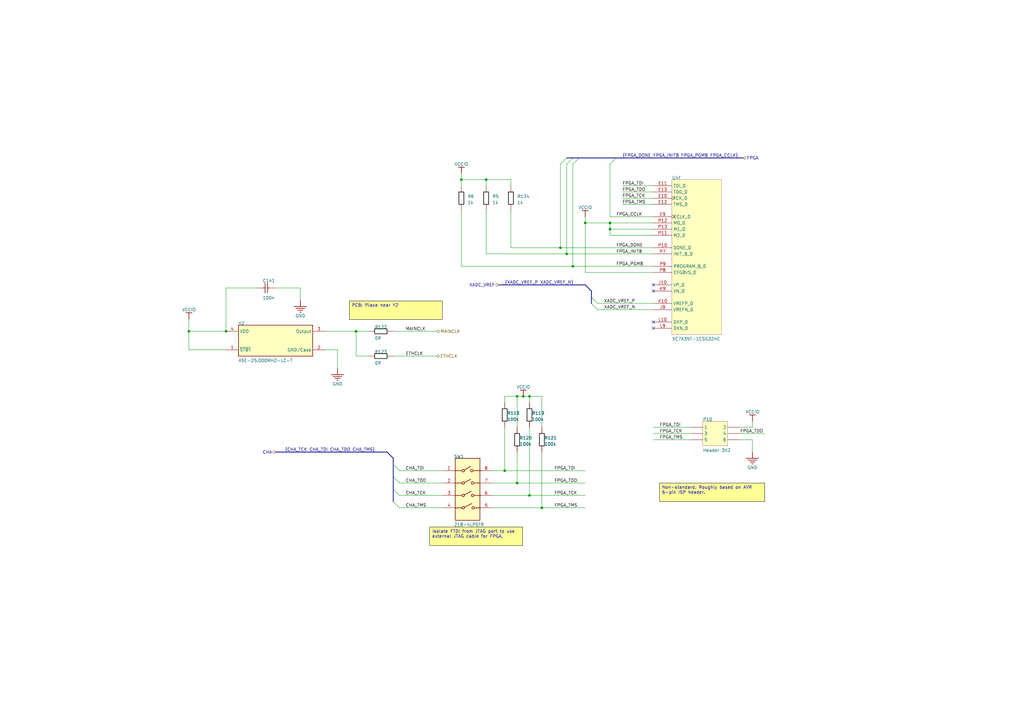
<source format=kicad_sch>
(kicad_sch (version 20231120) (generator "eeschema") (generator_version "8.0")
  (paper "A3")
  (title_block (title "NAE-SONATA-ONE") (date "2024-08-16") (rev "10") (company "NewAE Technology") (comment 2 "Apache-2"))
  (lib_symbols
    (symbol "SONATA-ONE-symbols:GND_POWER_GROUND" (power)
      (property "Reference" "#PWR" (at 0 0 0))
      (property "Value" "GND" (at 0 6.35 0))
      (symbol "GND_POWER_GROUND_0_0"
        (pin power_in line (at 0 0 0) (length 0) hide (name "GND") (number ""))
      )
    )
    (symbol "SONATA-ONE-symbols:VCCIO_BAR" (power)
      (property "Reference" "#PWR" (at 0 0 0))
      (property "Value" "VCCIO" (at 0 3.81 0))
      (symbol "VCCIO_BAR_0_0"
        (pin power_in line (at 0 0 0) (length 0) hide (name "VCCIO") (number ""))
      )
    )
    (symbol "SONATA-ONE-symbols:root_0_61a724e6190563596ac712fef61ad37"
      (symbol "root_0_61a724e6190563596ac712fef61ad37_1_0"
        (pin input line (at 0 -7.62 0) (length 5.08) (name "~{STBY}") (number "1"))
        (pin power_in line (at 40.64 -7.62 180) (length 5.08) (name "GND/Case") (number "2"))
        (pin output line (at 40.64 0 180) (length 5.08) (name "Output") (number "3"))
        (pin power_in line (at 0 0 0) (length 5.08) (name "VDD") (number "4"))
      )
    )
    (symbol "SONATA-ONE-symbols:root_0_Header 3X2"
      (symbol "root_0_Header 3X2_1_0"
        (pin passive line (at -5.08 -2.54 0) (length 5.08) (name "1") (number "1"))
        (pin passive line (at 15.24 -2.54 180) (length 5.08) (name "2") (number "2"))
        (pin passive line (at -5.08 -5.08 0) (length 5.08) (name "3") (number "3"))
        (pin passive line (at 15.24 -5.08 180) (length 5.08) (name "4") (number "4"))
        (pin passive line (at -5.08 -7.62 0) (length 5.08) (name "5") (number "5"))
        (pin passive line (at 15.24 -7.62 180) (length 5.08) (name "6") (number "6"))
      )
    )
    (symbol "SONATA-ONE-symbols:root_0_RES-EU"
      (symbol "root_0_RES-EU_1_0"
        (pin passive line (at 0 5.08 270) (length 2.54) (name "1") (number "1"))
        (pin passive line (at 0 -5.08 90) (length 2.54) (name "2") (number "2"))
      )
    )
    (symbol "SONATA-ONE-symbols:root_0_XLNX-XC7A35T-CSG324"
      (property "Reference" "U" (at 0 0 0))
      (symbol "root_0_XLNX-XC7A35T-CSG324_1_0"
        (text "BANK 14" (at 5.08 -15.24 900) (effects (font (size 1.778 1.778) (bold yes)) (justify left bottom)))
        (pin bidirectional line (at 48.26 -58.42 180) (length 7.62) (name "IO_L1P_T0_D00_MOSI_14") (number "K17"))
        (pin bidirectional line (at 48.26 -63.5 180) (length 7.62) (name "IO_L1N_T0_D01_DIN_14") (number "K18"))
        (pin bidirectional line (at 48.26 -60.96 180) (length 7.62) (name "IO_L6P_T0_FCS_B_14") (number "L13"))
        (pin bidirectional line (at 48.26 -73.66 180) (length 7.62) (name "IO_L2P_T0_D02_14") (number "L14"))
        (pin bidirectional line (at 48.26 -109.22 180) (length 7.62) (name "IO_L3P_T0_DQS_PUDC_B_14") (number "L15"))
        (pin bidirectional clock (at 48.26 -76.2 180) (length 7.62) (name "IO_L3N_T0_DQS_EMCCLK_14") (number "L16"))
        (pin bidirectional line (at 48.26 -55.88 180) (length 7.62) (name "IO_L4P_T0_D04_14") (number "L18"))
        (pin bidirectional line (at 48.26 -48.26 180) (length 7.62) (name "IO_L6N_T0_D08_VREF_14") (number "M13"))
        (pin bidirectional line (at 48.26 -71.12 180) (length 7.62) (name "IO_L2N_T0_D03_14") (number "M14"))
        (pin bidirectional line (at 48.26 -50.8 180) (length 7.62) (name "IO_L10P_T1_D14_14") (number "M16"))
        (pin bidirectional line (at 48.26 -53.34 180) (length 7.62) (name "IO_L10N_T1_D15_14") (number "M17"))
        (pin bidirectional line (at 48.26 -22.86 180) (length 7.62) (name "IO_L4N_T0_D05_14") (number "M18"))
        (pin bidirectional line (at 48.26 -104.14 180) (length 7.62) (name "IO_L8P_T1_D11_14") (number "N14"))
        (pin bidirectional clock (at 48.26 -68.58 180) (length 7.62) (name "IO_L11P_T1_SRCC_14") (number "N15"))
        (pin bidirectional clock (at 48.26 -106.68 180) (length 7.62) (name "IO_L11N_T1_SRCC_14") (number "N16"))
        (pin bidirectional line (at 48.26 -45.72 180) (length 7.62) (name "IO_L9P_T1_DQS_14") (number "N17"))
        (pin bidirectional line (at 48.26 -43.18 180) (length 7.62) (name "IO_L8N_T1_D12_14") (number "P14"))
        (pin bidirectional clock (at 48.26 -66.04 180) (length 7.62) (name "IO_L13P_T2_MRCC_14") (number "P15"))
        (pin bidirectional clock (at 48.26 -83.82 180) (length 7.62) (name "IO_L12P_T1_MRCC_14") (number "P17"))
        (pin bidirectional line (at 48.26 -101.6 180) (length 7.62) (name "IO_L9N_T1_DQS_D13_14") (number "P18"))
        (pin bidirectional line (at 48.26 -15.24 180) (length 7.62) (name "IO_25_14") (number "R10"))
        (pin bidirectional line (at 48.26 -2.54 180) (length 7.62) (name "IO_0_14") (number "R11"))
        (pin bidirectional line (at 48.26 -10.16 180) (length 7.62) (name "IO_L5P_T0_D06_14") (number "R12"))
        (pin bidirectional line (at 48.26 -93.98 180) (length 7.62) (name "IO_L5N_T0_D07_14") (number "R13"))
        (pin bidirectional clock (at 48.26 -99.06 180) (length 7.62) (name "IO_L13N_T2_MRCC_14") (number "R15"))
        (pin bidirectional line (at 48.26 -35.56 180) (length 7.62) (name "IO_L15P_T2_DQS_RDWR_B_14") (number "R16"))
        (pin bidirectional clock (at 48.26 -38.1 180) (length 7.62) (name "IO_L12N_T1_MRCC_14") (number "R17"))
        (pin bidirectional line (at 48.26 -40.64 180) (length 7.62) (name "IO_L7P_T1_D09_14") (number "R18"))
        (pin bidirectional line (at 48.26 -124.46 180) (length 7.62) (name "IO_L24N_T3_A00_D16_14") (number "T10"))
        (pin bidirectional line (at 48.26 -5.08 180) (length 7.62) (name "IO_L19P_T3_A10_D26_14") (number "T11"))
        (pin bidirectional line (at 48.26 -88.9 180) (length 7.62) (name "IO_L23P_T3_A03_D19_14") (number "T13"))
        (pin bidirectional clock (at 48.26 -114.3 180) (length 7.62) (name "IO_L14P_T2_SRCC_14") (number "T14"))
        (pin bidirectional clock (at 48.26 -116.84 180) (length 7.62) (name "IO_L14N_T2_SRCC_14") (number "T15"))
        (pin bidirectional line (at 48.26 -27.94 180) (length 7.62) (name "IO_L15N_T2_DQS_DOUT_CSO_B_14") (number "T16"))
        (pin bidirectional line (at 48.26 -33.02 180) (length 7.62) (name "IO_L7N_T1_D10_14") (number "T18"))
        (pin bidirectional line (at 48.26 -121.92 180) (length 7.62) (name "IO_L24P_T3_A01_D17_14") (number "T9"))
        (pin bidirectional line (at 48.26 -20.32 180) (length 7.62) (name "IO_L19N_T3_A09_D25_VREF_14") (number "U11"))
        (pin bidirectional line (at 48.26 -7.62 180) (length 7.62) (name "IO_L20P_T3_A08_D24_14") (number "U12"))
        (pin bidirectional line (at 48.26 -12.7 180) (length 7.62) (name "IO_L23N_T3_A02_D18_14") (number "U13"))
        (pin bidirectional line (at 48.26 -91.44 180) (length 7.62) (name "IO_L22P_T3_A05_D21_14") (number "U14"))
        (pin bidirectional line (at 48.26 -30.48 180) (length 7.62) (name "IO_L18P_T2_A12_D28_14") (number "U16"))
        (pin bidirectional line (at 48.26 -86.36 180) (length 7.62) (name "IO_L17P_T2_A14_D30_14") (number "U17"))
        (pin bidirectional line (at 48.26 -25.4 180) (length 7.62) (name "IO_L17N_T2_A13_D29_14") (number "U18"))
        (pin bidirectional line (at 48.26 -119.38 180) (length 7.62) (name "IO_L21P_T3_DQS_14") (number "V10"))
        (pin bidirectional line (at 48.26 -127 180) (length 7.62) (name "IO_L21N_T3_DQS_A06_D22_14") (number "V11"))
        (pin bidirectional line (at 48.26 -17.78 180) (length 7.62) (name "IO_L20N_T3_A07_D23_14") (number "V12"))
        (pin bidirectional line (at 48.26 -96.52 180) (length 7.62) (name "IO_L22N_T3_A04_D20_14") (number "V14"))
        (pin bidirectional line (at 48.26 -111.76 180) (length 7.62) (name "IO_L16P_T2_CSI_B_14") (number "V15"))
        (pin bidirectional line (at 48.26 -78.74 180) (length 7.62) (name "IO_L16N_T2_A15_D31_14") (number "V16"))
        (pin bidirectional line (at 48.26 -81.28 180) (length 7.62) (name "IO_L18N_T2_A11_D27_14") (number "V17"))
      )
      (symbol "root_0_XLNX-XC7A35T-CSG324_2_0"
        (text "BANK 15" (at 5.08 -15.24 900) (effects (font (size 1.778 1.778) (bold yes)) (justify left bottom)))
        (pin bidirectional line (at 43.18 -22.86 180) (length 7.62) (name "IO_L4N_T0_15") (number "A11"))
        (pin bidirectional line (at 43.18 -45.72 180) (length 7.62) (name "IO_L9P_T1_DQS_AD3P_15") (number "A13"))
        (pin bidirectional line (at 43.18 -48.26 180) (length 7.62) (name "IO_L9N_T1_DQS_AD3N_15") (number "A14"))
        (pin bidirectional line (at 43.18 -40.64 180) (length 7.62) (name "IO_L8P_T1_AD10P_15") (number "A15"))
        (pin bidirectional line (at 43.18 -43.18 180) (length 7.62) (name "IO_L8N_T1_AD10N_15") (number "A16"))
        (pin bidirectional line (at 43.18 -55.88 180) (length 7.62) (name "IO_L10N_T1_AD11N_15") (number "A18"))
        (pin bidirectional line (at 43.18 -20.32 180) (length 7.62) (name "IO_L4P_T0_15") (number "B11"))
        (pin bidirectional line (at 43.18 -17.78 180) (length 7.62) (name "IO_L3N_T0_DQS_AD1N_15") (number "B12"))
        (pin bidirectional line (at 43.18 -10.16 180) (length 7.62) (name "IO_L2P_T0_AD8P_15") (number "B13"))
        (pin bidirectional line (at 43.18 -12.7 180) (length 7.62) (name "IO_L2N_T0_AD8N_15") (number "B14"))
        (pin bidirectional line (at 43.18 -35.56 180) (length 7.62) (name "IO_L7P_T1_AD2P_15") (number "B16"))
        (pin bidirectional line (at 43.18 -38.1 180) (length 7.62) (name "IO_L7N_T1_AD2N_15") (number "B17"))
        (pin bidirectional line (at 43.18 -50.8 180) (length 7.62) (name "IO_L10P_T1_AD11P_15") (number "B18"))
        (pin bidirectional line (at 43.18 -15.24 180) (length 7.62) (name "IO_L3P_T0_DQS_AD1P_15") (number "C12"))
        (pin bidirectional line (at 43.18 -7.62 180) (length 7.62) (name "IO_L1N_T0_AD0N_15") (number "C14"))
        (pin bidirectional clock (at 43.18 -63.5 180) (length 7.62) (name "IO_L12N_T1_MRCC_15") (number "C15"))
        (pin bidirectional line (at 43.18 -101.6 180) (length 7.62) (name "IO_L20P_T3_A20_15") (number "C16"))
        (pin bidirectional line (at 43.18 -104.14 180) (length 7.62) (name "IO_L20N_T3_A19_15") (number "C17"))
        (pin bidirectional line (at 43.18 -30.48 180) (length 7.62) (name "IO_L6P_T0_15") (number "D12"))
        (pin bidirectional line (at 43.18 -33.02 180) (length 7.62) (name "IO_L6N_T0_VREF_15") (number "D13"))
        (pin bidirectional line (at 43.18 -5.08 180) (length 7.62) (name "IO_L1P_T0_AD0P_15") (number "D14"))
        (pin bidirectional clock (at 43.18 -60.96 180) (length 7.62) (name "IO_L12P_T1_MRCC_15") (number "D15"))
        (pin bidirectional line (at 43.18 -86.36 180) (length 7.62) (name "IO_L16N_T2_A27_15") (number "D17"))
        (pin bidirectional line (at 43.18 -109.22 180) (length 7.62) (name "IO_L21N_T3_DQS_A18_15") (number "D18"))
        (pin bidirectional clock (at 43.18 -58.42 180) (length 7.62) (name "IO_L11P_T1_SRCC_15") (number "E15"))
        (pin bidirectional clock (at 43.18 -53.34 180) (length 7.62) (name "IO_L11N_T1_SRCC_15") (number "E16"))
        (pin bidirectional line (at 43.18 -83.82 180) (length 7.62) (name "IO_L16P_T2_A28_15") (number "E17"))
        (pin bidirectional line (at 43.18 -106.68 180) (length 7.62) (name "IO_L21P_T3_DQS_15") (number "E18"))
        (pin bidirectional line (at 43.18 -25.4 180) (length 7.62) (name "IO_L5P_T0_AD9P_15") (number "F13"))
        (pin bidirectional line (at 43.18 -27.94 180) (length 7.62) (name "IO_L5N_T0_AD9N_15") (number "F14"))
        (pin bidirectional clock (at 43.18 -76.2 180) (length 7.62) (name "IO_L14P_T2_SRCC_15") (number "F15"))
        (pin bidirectional clock (at 43.18 -73.66 180) (length 7.62) (name "IO_L14N_T2_SRCC_15") (number "F16"))
        (pin bidirectional line (at 43.18 -116.84 180) (length 7.62) (name "IO_L22N_T3_A16_15") (number "F18"))
        (pin bidirectional line (at 43.18 -2.54 180) (length 7.62) (name "IO_0_15") (number "G13"))
        (pin bidirectional line (at 43.18 -78.74 180) (length 7.62) (name "IO_L15N_T2_DQS_ADV_B_15") (number "G14"))
        (pin bidirectional clock (at 43.18 -68.58 180) (length 7.62) (name "IO_L13N_T2_MRCC_15") (number "G16"))
        (pin bidirectional line (at 43.18 -93.98 180) (length 7.62) (name "IO_L18N_T2_A23_15") (number "G17"))
        (pin bidirectional line (at 43.18 -111.76 180) (length 7.62) (name "IO_L22P_T3_A17_15") (number "G18"))
        (pin bidirectional line (at 43.18 -71.12 180) (length 7.62) (name "IO_L15P_T2_DQS_15") (number "H14"))
        (pin bidirectional line (at 43.18 -99.06 180) (length 7.62) (name "IO_L19N_T3_A21_VREF_15") (number "H15"))
        (pin bidirectional clock (at 43.18 -66.04 180) (length 7.62) (name "IO_L13P_T2_MRCC_15") (number "H16"))
        (pin bidirectional line (at 43.18 -91.44 180) (length 7.62) (name "IO_L18P_T2_A24_15") (number "H17"))
        (pin bidirectional line (at 43.18 -81.28 180) (length 7.62) (name "IO_L17N_T2_A25_15") (number "J13"))
        (pin bidirectional line (at 43.18 -96.52 180) (length 7.62) (name "IO_L19P_T3_A22_15") (number "J14"))
        (pin bidirectional line (at 43.18 -124.46 180) (length 7.62) (name "IO_L24N_T3_RS0_15") (number "J15"))
        (pin bidirectional line (at 43.18 -119.38 180) (length 7.62) (name "IO_L23P_T3_FOE_B_15") (number "J17"))
        (pin bidirectional line (at 43.18 -114.3 180) (length 7.62) (name "IO_L23N_T3_FWE_B_15") (number "J18"))
        (pin bidirectional line (at 43.18 -88.9 180) (length 7.62) (name "IO_L17P_T2_A26_15") (number "K13"))
        (pin bidirectional line (at 43.18 -121.92 180) (length 7.62) (name "IO_L24P_T3_RS1_15") (number "K15"))
        (pin bidirectional line (at 43.18 -127 180) (length 7.62) (name "IO_25_15") (number "K16"))
      )
      (symbol "root_0_XLNX-XC7A35T-CSG324_3_0"
        (text "BANK 16" (at 5.08 -15.24 900) (effects (font (size 1.778 1.778) (bold yes)) (justify left bottom)))
        (pin bidirectional clock (at 43.18 -20.32 180) (length 7.62) (name "IO_L14P_T2_SRCC_16") (number "A10"))
        (pin bidirectional clock (at 43.18 -12.7 180) (length 7.62) (name "IO_L12N_T1_MRCC_16") (number "A8"))
        (pin bidirectional clock (at 43.18 -22.86 180) (length 7.62) (name "IO_L14N_T2_SRCC_16") (number "A9"))
        (pin bidirectional clock (at 43.18 -10.16 180) (length 7.62) (name "IO_L12P_T1_MRCC_16") (number "B8"))
        (pin bidirectional clock (at 43.18 -7.62 180) (length 7.62) (name "IO_L11N_T1_SRCC_16") (number "B9"))
        (pin bidirectional clock (at 43.18 -17.78 180) (length 7.62) (name "IO_L13N_T2_MRCC_16") (number "C10"))
        (pin bidirectional clock (at 43.18 -15.24 180) (length 7.62) (name "IO_L13P_T2_MRCC_16") (number "C11"))
        (pin bidirectional clock (at 43.18 -5.08 180) (length 7.62) (name "IO_L11P_T1_SRCC_16") (number "C9"))
        (pin bidirectional line (at 43.18 -25.4 180) (length 7.62) (name "IO_L19N_T3_VREF_16") (number "D10"))
        (pin bidirectional line (at 43.18 -2.54 180) (length 7.62) (name "IO_L6N_T0_VREF_16") (number "D9"))
      )
      (symbol "root_0_XLNX-XC7A35T-CSG324_4_0"
        (text "BANK 34" (at 5.08 -15.24 900) (effects (font (size 1.778 1.778) (bold yes)) (justify left bottom)))
        (pin bidirectional line (at 38.1 -10.16 180) (length 7.62) (name "IO_L2P_T0_34") (number "K3"))
        (pin bidirectional line (at 38.1 -25.4 180) (length 7.62) (name "IO_L5P_T0_34") (number "K5"))
        (pin bidirectional line (at 38.1 -2.54 180) (length 7.62) (name "IO_0_34") (number "K6"))
        (pin bidirectional line (at 38.1 -5.08 180) (length 7.62) (name "IO_L1P_T0_34") (number "L1"))
        (pin bidirectional line (at 38.1 -12.7 180) (length 7.62) (name "IO_L2N_T0_34") (number "L3"))
        (pin bidirectional line (at 38.1 -27.94 180) (length 7.62) (name "IO_L5N_T0_34") (number "L4"))
        (pin bidirectional line (at 38.1 -33.02 180) (length 7.62) (name "IO_L6N_T0_VREF_34") (number "L5"))
        (pin bidirectional line (at 38.1 -30.48 180) (length 7.62) (name "IO_L6P_T0_34") (number "L6"))
        (pin bidirectional line (at 38.1 -7.62 180) (length 7.62) (name "IO_L1N_T0_34") (number "M1"))
        (pin bidirectional line (at 38.1 -22.86 180) (length 7.62) (name "IO_L4N_T0_34") (number "M2"))
        (pin bidirectional line (at 38.1 -20.32 180) (length 7.62) (name "IO_L4P_T0_34") (number "M3"))
        (pin bidirectional line (at 38.1 -81.28 180) (length 7.62) (name "IO_L16P_T2_34") (number "M4"))
        (pin bidirectional line (at 38.1 -86.36 180) (length 7.62) (name "IO_L18P_T2_34") (number "M6"))
        (pin bidirectional line (at 38.1 -17.78 180) (length 7.62) (name "IO_L3N_T0_DQS_34") (number "N1"))
        (pin bidirectional line (at 38.1 -15.24 180) (length 7.62) (name "IO_L3P_T0_DQS_34") (number "N2"))
        (pin bidirectional line (at 38.1 -83.82 180) (length 7.62) (name "IO_L16N_T2_34") (number "N4"))
        (pin bidirectional clock (at 38.1 -66.04 180) (length 7.62) (name "IO_L13P_T2_MRCC_34") (number "N5"))
        (pin bidirectional line (at 38.1 -76.2 180) (length 7.62) (name "IO_L18N_T2_34") (number "N6"))
        (pin bidirectional line (at 38.1 -88.9 180) (length 7.62) (name "IO_L15P_T2_DQS_34") (number "P2"))
        (pin bidirectional clock (at 38.1 -73.66 180) (length 7.62) (name "IO_L14N_T2_SRCC_34") (number "P3"))
        (pin bidirectional clock (at 38.1 -71.12 180) (length 7.62) (name "IO_L14P_T2_SRCC_34") (number "P4"))
        (pin bidirectional line (at 38.1 -127 180) (length 7.62) (name "IO_L13N_T2_MRCC_34") (number "P5"))
        (pin bidirectional line (at 38.1 -91.44 180) (length 7.62) (name "IO_L17P_T2_34") (number "R1"))
        (pin bidirectional line (at 38.1 -78.74 180) (length 7.62) (name "IO_L15N_T2_DQS_34") (number "R2"))
        (pin bidirectional line (at 38.1 -121.92 180) (length 7.62) (name "IO_L11P_T1_SRCC_34") (number "R3"))
        (pin bidirectional line (at 38.1 -124.46 180) (length 7.62) (name "IO_L19N_T3_VREF_34") (number "R5"))
        (pin bidirectional line (at 38.1 -116.84 180) (length 7.62) (name "IO_L19P_T3_34") (number "R6"))
        (pin bidirectional line (at 38.1 -40.64 180) (length 7.62) (name "IO_L23P_T3_34") (number "R7"))
        (pin bidirectional line (at 38.1 -48.26 180) (length 7.62) (name "IO_L24P_T3_34") (number "R8"))
        (pin bidirectional line (at 38.1 -93.98 180) (length 7.62) (name "IO_L17N_T2_34") (number "T1"))
        (pin bidirectional line (at 38.1 -99.06 180) (length 7.62) (name "IO_L11N_T1_SRCC_34") (number "T3"))
        (pin bidirectional clock (at 38.1 -63.5 180) (length 7.62) (name "IO_L12N_T1_MRCC_34") (number "T4"))
        (pin bidirectional clock (at 38.1 -60.96 180) (length 7.62) (name "IO_L12P_T1_MRCC_34") (number "T5"))
        (pin bidirectional line (at 38.1 -111.76 180) (length 7.62) (name "IO_L23N_T3_34") (number "T6"))
        (pin bidirectional line (at 38.1 -45.72 180) (length 7.62) (name "IO_L24N_T3_34") (number "T8"))
        (pin bidirectional line (at 38.1 -96.52 180) (length 7.62) (name "IO_L7P_T1_34") (number "U1"))
        (pin bidirectional line (at 38.1 -104.14 180) (length 7.62) (name "IO_L9P_T1_DQS_34") (number "U2"))
        (pin bidirectional clock (at 38.1 -68.58 180) (length 7.62) (name "IO_L8N_T1_34") (number "U3"))
        (pin bidirectional line (at 38.1 -119.38 180) (length 7.62) (name "IO_L8P_T1_34") (number "U4"))
        (pin bidirectional line (at 38.1 -35.56 180) (length 7.62) (name "IO_L22N_T3_34") (number "U6"))
        (pin bidirectional line (at 38.1 -50.8 180) (length 7.62) (name "IO_L22P_T3_34") (number "U7"))
        (pin bidirectional line (at 38.1 -109.22 180) (length 7.62) (name "IO_25_34") (number "U8"))
        (pin bidirectional clock (at 38.1 -58.42 180) (length 7.62) (name "IO_L21P_T3_DQS_34") (number "U9"))
        (pin bidirectional line (at 38.1 -101.6 180) (length 7.62) (name "IO_L7N_T1_34") (number "V1"))
        (pin bidirectional line (at 38.1 -106.68 180) (length 7.62) (name "IO_L9N_T1_DQS_34") (number "V2"))
        (pin bidirectional line (at 38.1 -38.1 180) (length 7.62) (name "IO_L10N_T1_34") (number "V4"))
        (pin bidirectional line (at 38.1 -43.18 180) (length 7.62) (name "IO_L10P_T1_34") (number "V5"))
        (pin bidirectional line (at 38.1 -114.3 180) (length 7.62) (name "IO_L20N_T3_34") (number "V6"))
        (pin bidirectional clock (at 38.1 -55.88 180) (length 7.62) (name "IO_L20P_T3_34") (number "V7"))
        (pin bidirectional line (at 38.1 -53.34 180) (length 7.62) (name "IO_L21N_T3_DQS_34") (number "V9"))
      )
      (symbol "root_0_XLNX-XC7A35T-CSG324_5_0"
        (text "BANK 35" (at 5.08 -15.24 900) (effects (font (size 1.778 1.778) (bold yes)) (justify left bottom)))
        (pin bidirectional line (at 43.18 -48.26 180) (length 7.62) (name "IO_L9N_T1_DQS_AD7N_35") (number "A1"))
        (pin bidirectional line (at 43.18 -43.18 180) (length 7.62) (name "IO_L8N_T1_AD14N_35") (number "A3"))
        (pin bidirectional line (at 43.18 -40.64 180) (length 7.62) (name "IO_L8P_T1_AD14P_35") (number "A4"))
        (pin bidirectional line (at 43.18 -17.78 180) (length 7.62) (name "IO_L3N_T0_DQS_AD5N_35") (number "A5"))
        (pin bidirectional line (at 43.18 -15.24 180) (length 7.62) (name "IO_L3P_T0_DQS_AD5P_35") (number "A6"))
        (pin bidirectional line (at 43.18 -45.72 180) (length 7.62) (name "IO_L9P_T1_DQS_AD7P_35") (number "B1"))
        (pin bidirectional line (at 43.18 -53.34 180) (length 7.62) (name "IO_L10N_T1_AD15N_35") (number "B2"))
        (pin bidirectional line (at 43.18 -50.8 180) (length 7.62) (name "IO_L10P_T1_AD15P_35") (number "B3"))
        (pin bidirectional line (at 43.18 -38.1 180) (length 7.62) (name "IO_L7N_T1_AD6N_35") (number "B4"))
        (pin bidirectional line (at 43.18 -12.7 180) (length 7.62) (name "IO_L2N_T0_AD12N_35") (number "B6"))
        (pin bidirectional line (at 43.18 -10.16 180) (length 7.62) (name "IO_L2P_T0_AD12P_35") (number "B7"))
        (pin bidirectional line (at 43.18 -83.82 180) (length 7.62) (name "IO_L16N_T2_35") (number "C1"))
        (pin bidirectional line (at 43.18 -81.28 180) (length 7.62) (name "IO_L16P_T2_35") (number "C2"))
        (pin bidirectional line (at 43.18 -35.56 180) (length 7.62) (name "IO_L7P_T1_AD6P_35") (number "C4"))
        (pin bidirectional line (at 43.18 -7.62 180) (length 7.62) (name "IO_L1N_T0_AD4N_35") (number "C5"))
        (pin bidirectional line (at 43.18 -5.08 180) (length 7.62) (name "IO_L1P_T0_AD4P_35") (number "C6"))
        (pin bidirectional line (at 43.18 -22.86 180) (length 7.62) (name "IO_L4N_T0_35") (number "C7"))
        (pin bidirectional clock (at 43.18 -73.66 180) (length 7.62) (name "IO_L14N_T2_SRCC_35") (number "D2"))
        (pin bidirectional clock (at 43.18 -63.5 180) (length 7.62) (name "IO_L12N_T1_MRCC_35") (number "D3"))
        (pin bidirectional line (at 43.18 -121.92 180) (length 7.62) (name "IO_L11N_T1_SRCC_35") (number "D4"))
        (pin bidirectional clock (at 43.18 -58.42 180) (length 7.62) (name "IO_L11P_T1_SRCC_35") (number "D5"))
        (pin bidirectional line (at 43.18 -33.02 180) (length 7.62) (name "IO_L6N_T0_VREF_35") (number "D7"))
        (pin bidirectional line (at 43.18 -20.32 180) (length 7.62) (name "IO_L4P_T0_35") (number "D8"))
        (pin bidirectional line (at 43.18 -93.98 180) (length 7.62) (name "IO_L18N_T2_35") (number "E1"))
        (pin bidirectional clock (at 43.18 -71.12 180) (length 7.62) (name "IO_L14P_T2_SRCC_35") (number "E2"))
        (pin bidirectional clock (at 43.18 -60.96 180) (length 7.62) (name "IO_L12P_T1_MRCC_35") (number "E3"))
        (pin bidirectional line (at 43.18 -27.94 180) (length 7.62) (name "IO_L5N_T0_AD13N_35") (number "E5"))
        (pin bidirectional line (at 43.18 -25.4 180) (length 7.62) (name "IO_L5P_T0_AD13P_35") (number "E6"))
        (pin bidirectional line (at 43.18 -30.48 180) (length 7.62) (name "IO_L6P_T0_35") (number "E7"))
        (pin bidirectional line (at 43.18 -91.44 180) (length 7.62) (name "IO_L18P_T2_35") (number "F1"))
        (pin bidirectional clock (at 43.18 -68.58 180) (length 7.62) (name "IO_L13N_T2_MRCC_35") (number "F3"))
        (pin bidirectional clock (at 43.18 -66.04 180) (length 7.62) (name "IO_L13P_T2_MRCC_35") (number "F4"))
        (pin bidirectional line (at 43.18 -2.54 180) (length 7.62) (name "IO_0_35") (number "F5"))
        (pin bidirectional line (at 43.18 -99.06 180) (length 7.62) (name "IO_L19N_T3_VREF_35") (number "F6"))
        (pin bidirectional line (at 43.18 -88.9 180) (length 7.62) (name "IO_L17N_T2_35") (number "G1"))
        (pin bidirectional line (at 43.18 -78.74 180) (length 7.62) (name "IO_L15N_T2_DQS_35") (number "G2"))
        (pin bidirectional line (at 43.18 -104.14 180) (length 7.62) (name "IO_L20N_T3_35") (number "G3"))
        (pin bidirectional line (at 43.18 -101.6 180) (length 7.62) (name "IO_L20P_T3_35") (number "G4"))
        (pin bidirectional line (at 43.18 -96.52 180) (length 7.62) (name "IO_L19P_T3_35") (number "G6"))
        (pin bidirectional line (at 43.18 -86.36 180) (length 7.62) (name "IO_L17P_T2_35") (number "H1"))
        (pin bidirectional line (at 43.18 -76.2 180) (length 7.62) (name "IO_L15P_T2_DQS_35") (number "H2"))
        (pin bidirectional line (at 43.18 -109.22 180) (length 7.62) (name "IO_L21N_T3_DQS_35") (number "H4"))
        (pin bidirectional line (at 43.18 -127 180) (length 7.62) (name "IO_L24N_T3_35") (number "H5"))
        (pin bidirectional line (at 43.18 -124.46 180) (length 7.62) (name "IO_L24P_T3_35") (number "H6"))
        (pin bidirectional line (at 43.18 -114.3 180) (length 7.62) (name "IO_L22N_T3_35") (number "J2"))
        (pin bidirectional line (at 43.18 -111.76 180) (length 7.62) (name "IO_L22P_T3_35") (number "J3"))
        (pin bidirectional line (at 43.18 -106.68 180) (length 7.62) (name "IO_L21P_T3_DQS_35") (number "J4"))
        (pin bidirectional clock (at 43.18 -55.88 180) (length 7.62) (name "IO_25_35") (number "J5"))
        (pin bidirectional line (at 43.18 -119.38 180) (length 7.62) (name "IO_L23N_T3_35") (number "K1"))
        (pin bidirectional line (at 43.18 -116.84 180) (length 7.62) (name "IO_L23P_T3_35") (number "K2"))
      )
      (symbol "root_0_XLNX-XC7A35T-CSG324_6_0"
        (pin input clock (at -7.62 -7.62 0) (length 7.62) (name "TCK_0") (number "E10"))
        (pin input line (at -7.62 -2.54 0) (length 7.62) (name "TDI_0") (number "E11"))
        (pin input line (at -7.62 -10.16 0) (length 7.62) (name "TMS_0") (number "E12"))
        (pin output line (at -7.62 -5.08 0) (length 7.62) (name "TDO_0") (number "E13"))
        (pin bidirectional clock (at -7.62 -15.24 0) (length 7.62) (name "CCLK_0") (number "E9"))
        (pin input line (at -7.62 -43.18 0) (length 7.62) (name "VP_0") (number "J10"))
        (pin input line (at -7.62 -53.34 0) (length 7.62) (name "VREFN_0") (number "J9"))
        (pin input line (at -7.62 -50.8 0) (length 7.62) (name "VREFP_0") (number "K10"))
        (pin input line (at -7.62 -45.72 0) (length 7.62) (name "VN_0") (number "K9"))
        (pin input line (at -7.62 -58.42 0) (length 7.62) (name "DXP_0") (number "L10"))
        (pin input line (at -7.62 -60.96 0) (length 7.62) (name "DXN_0") (number "L9"))
        (pin bidirectional line (at -7.62 -27.94 0) (length 7.62) (name "DONE_0") (number "P10"))
        (pin input line (at -7.62 -22.86 0) (length 7.62) (name "M2_0") (number "P11"))
        (pin input line (at -7.62 -17.78 0) (length 7.62) (name "M0_0") (number "P12"))
        (pin input line (at -7.62 -20.32 0) (length 7.62) (name "M1_0") (number "P13"))
        (pin bidirectional line (at -7.62 -30.48 0) (length 7.62) (name "INIT_B_0") (number "P7"))
        (pin input line (at -7.62 -38.1 0) (length 7.62) (name "CFGBVS_0") (number "P8"))
        (pin input line (at -7.62 -35.56 0) (length 7.62) (name "PROGRAM_B_0") (number "P9"))
      )
      (symbol "root_0_XLNX-XC7A35T-CSG324_7_0"
        (pin power_in line (at -7.62 -25.4 0) (length 7.62) (name "VCCO_15") (number "A17"))
        (pin power_in line (at 33.02 -25.4 180) (length 7.62) (name "VCCO_35") (number "A7"))
        (pin power_in line (at 33.02 -2.54 180) (length 7.62) (name "VCCO_16") (number "B10"))
        (pin power_in line (at -7.62 -27.94 0) (length 7.62) (name "VCCO_15") (number "C13"))
        (pin power_in line (at 33.02 -27.94 180) (length 7.62) (name "VCCO_35") (number "C3"))
        (pin power_in line (at -7.62 -30.48 0) (length 7.62) (name "VCCO_15") (number "D16"))
        (pin power_in line (at 33.02 -30.48 180) (length 7.62) (name "VCCO_35") (number "D6"))
        (pin power_in line (at 33.02 -33.02 180) (length 7.62) (name "VCCO_35") (number "F2"))
        (pin power_in line (at -7.62 -33.02 0) (length 7.62) (name "VCCO_15") (number "G15"))
        (pin power_in line (at 33.02 -35.56 180) (length 7.62) (name "VCCO_35") (number "G5"))
        (pin power_in line (at -7.62 -35.56 0) (length 7.62) (name "VCCO_15") (number "H18"))
        (pin power_in line (at 33.02 -38.1 180) (length 7.62) (name "VCCO_35") (number "J1"))
        (pin power_in line (at -7.62 -38.1 0) (length 7.62) (name "VCCO_15") (number "K14"))
        (pin power_in line (at 33.02 -7.62 180) (length 7.62) (name "VCCO_34") (number "K4"))
        (pin power_in line (at -7.62 -7.62 0) (length 7.62) (name "VCCO_14") (number "L17"))
        (pin power_in line (at -7.62 -10.16 0) (length 7.62) (name "VCCO_14") (number "N13"))
        (pin power_in line (at 33.02 -10.16 180) (length 7.62) (name "VCCO_34") (number "N3"))
        (pin power_in line (at -7.62 -12.7 0) (length 7.62) (name "VCCO_14") (number "P16"))
        (pin power_in line (at 33.02 -12.7 180) (length 7.62) (name "VCCO_34") (number "P6"))
        (pin power_in line (at -7.62 -2.54 0) (length 7.62) (name "VCCO_0") (number "R9"))
        (pin power_in line (at -7.62 -15.24 0) (length 7.62) (name "VCCO_14") (number "T12"))
        (pin power_in line (at 33.02 -15.24 180) (length 7.62) (name "VCCO_34") (number "T2"))
        (pin power_in line (at -7.62 -17.78 0) (length 7.62) (name "VCCO_14") (number "U15"))
        (pin power_in line (at 33.02 -17.78 180) (length 7.62) (name "VCCO_34") (number "U5"))
        (pin power_in line (at -7.62 -20.32 0) (length 7.62) (name "VCCO_14") (number "V18"))
        (pin power_in line (at 33.02 -20.32 180) (length 7.62) (name "VCCO_34") (number "V8"))
      )
      (symbol "root_0_XLNX-XC7A35T-CSG324_8_0"
        (pin power_in line (at 38.1 -2.54 180) (length 7.62) (name "VCCBATT_0") (number "E8"))
        (pin power_in line (at 38.1 -25.4 180) (length 7.62) (name "VCCBRAM") (number "F10"))
        (pin power_in line (at 38.1 -12.7 180) (length 7.62) (name "VCCAUX") (number "F12"))
        (pin power_in line (at -7.62 -2.54 0) (length 7.62) (name "VCCINT") (number "F8"))
        (pin power_in line (at 38.1 -27.94 180) (length 7.62) (name "VCCBRAM") (number "G11"))
        (pin power_in line (at -7.62 -5.08 0) (length 7.62) (name "VCCINT") (number "G7"))
        (pin power_in line (at -7.62 -7.62 0) (length 7.62) (name "VCCINT") (number "G9"))
        (pin power_in line (at 38.1 -7.62 180) (length 7.62) (name "VCCADC_0") (number "H10"))
        (pin power_in line (at 38.1 -15.24 180) (length 7.62) (name "VCCAUX") (number "H12"))
        (pin power_in line (at -7.62 -10.16 0) (length 7.62) (name "VCCINT") (number "H8"))
        (pin power_in line (at -7.62 -15.24 0) (length 7.62) (name "VCCINT") (number "J11"))
        (pin power_in line (at -7.62 -12.7 0) (length 7.62) (name "VCCINT") (number "J7"))
        (pin power_in line (at 38.1 -17.78 180) (length 7.62) (name "VCCAUX") (number "K12"))
        (pin power_in line (at -7.62 -17.78 0) (length 7.62) (name "VCCINT") (number "K8"))
        (pin power_in line (at -7.62 -22.86 0) (length 7.62) (name "VCCINT") (number "L11"))
        (pin power_in line (at -7.62 -20.32 0) (length 7.62) (name "VCCINT") (number "L7"))
        (pin power_in line (at -7.62 -27.94 0) (length 7.62) (name "VCCINT") (number "M10"))
        (pin power_in line (at 38.1 -20.32 180) (length 7.62) (name "VCCAUX") (number "M12"))
        (pin power_in line (at -7.62 -25.4 0) (length 7.62) (name "VCCINT") (number "M8"))
        (pin power_in line (at -7.62 -35.56 0) (length 7.62) (name "VCCINT") (number "N11"))
        (pin power_in line (at -7.62 -30.48 0) (length 7.62) (name "VCCINT") (number "N7"))
        (pin power_in line (at -7.62 -33.02 0) (length 7.62) (name "VCCINT") (number "N9"))
      )
      (symbol "root_0_XLNX-XC7A35T-CSG324_9_0"
        (pin power_in line (at -7.62 -5.08 0) (length 7.62) (name "GND") (number "A12"))
        (pin power_in line (at -7.62 -2.54 0) (length 7.62) (name "GND") (number "A2"))
        (pin power_in line (at -7.62 -10.16 0) (length 7.62) (name "GND") (number "B15"))
        (pin power_in line (at -7.62 -7.62 0) (length 7.62) (name "GND") (number "B5"))
        (pin power_in line (at -7.62 -15.24 0) (length 7.62) (name "GND") (number "C18"))
        (pin power_in line (at -7.62 -12.7 0) (length 7.62) (name "GND") (number "C8"))
        (pin power_in line (at -7.62 -17.78 0) (length 7.62) (name "GND") (number "D1"))
        (pin power_in line (at -7.62 -20.32 0) (length 7.62) (name "GND") (number "D11"))
        (pin power_in line (at -7.62 -25.4 0) (length 7.62) (name "GND") (number "E14"))
        (pin power_in line (at -7.62 -22.86 0) (length 7.62) (name "GND") (number "E4"))
        (pin power_in line (at -7.62 -33.02 0) (length 7.62) (name "GND") (number "F11"))
        (pin power_in line (at -7.62 -35.56 0) (length 7.62) (name "GND") (number "F17"))
        (pin power_in line (at -7.62 -27.94 0) (length 7.62) (name "GND") (number "F7"))
        (pin power_in line (at -7.62 -30.48 0) (length 7.62) (name "GND") (number "F9"))
        (pin power_in line (at -7.62 -40.64 0) (length 7.62) (name "GND") (number "G10"))
        (pin power_in line (at -7.62 -43.18 0) (length 7.62) (name "GND") (number "G12"))
        (pin power_in line (at -7.62 -38.1 0) (length 7.62) (name "GND") (number "G8"))
        (pin power_in line (at -7.62 -50.8 0) (length 7.62) (name "GND") (number "H11"))
        (pin power_in line (at -7.62 -53.34 0) (length 7.62) (name "GND") (number "H13"))
        (pin power_in line (at -7.62 -45.72 0) (length 7.62) (name "GND") (number "H3"))
        (pin power_in line (at -7.62 -48.26 0) (length 7.62) (name "GND") (number "H7"))
        (pin power_in line (at 27.94 -63.5 180) (length 7.62) (name "GNDADC_0") (number "H9"))
        (pin power_in line (at -7.62 -60.96 0) (length 7.62) (name "GND") (number "J12"))
        (pin power_in line (at 27.94 -2.54 180) (length 7.62) (name "GND") (number "J16"))
        (pin power_in line (at -7.62 -55.88 0) (length 7.62) (name "GND") (number "J6"))
        (pin power_in line (at -7.62 -58.42 0) (length 7.62) (name "GND") (number "J8"))
        (pin power_in line (at 27.94 -7.62 180) (length 7.62) (name "GND") (number "K11"))
        (pin power_in line (at 27.94 -5.08 180) (length 7.62) (name "GND") (number "K7"))
        (pin power_in line (at 27.94 -15.24 180) (length 7.62) (name "GND") (number "L12"))
        (pin power_in line (at 27.94 -10.16 180) (length 7.62) (name "GND") (number "L2"))
        (pin power_in line (at 27.94 -12.7 180) (length 7.62) (name "GND") (number "L8"))
        (pin power_in line (at 27.94 -25.4 180) (length 7.62) (name "GND") (number "M11"))
        (pin power_in line (at 27.94 -27.94 180) (length 7.62) (name "GND") (number "M15"))
        (pin power_in line (at 27.94 -17.78 180) (length 7.62) (name "GND") (number "M5"))
        (pin power_in line (at 27.94 -20.32 180) (length 7.62) (name "GND") (number "M7"))
        (pin power_in line (at 27.94 -22.86 180) (length 7.62) (name "GND") (number "M9"))
        (pin power_in line (at 27.94 -33.02 180) (length 7.62) (name "GND") (number "N10"))
        (pin power_in line (at 27.94 -35.56 180) (length 7.62) (name "GND") (number "N12"))
        (pin power_in line (at 27.94 -38.1 180) (length 7.62) (name "GND") (number "N18"))
        (pin power_in line (at 27.94 -30.48 180) (length 7.62) (name "GND") (number "N8"))
        (pin power_in line (at 27.94 -40.64 180) (length 7.62) (name "GND") (number "P1"))
        (pin power_in line (at 27.94 -45.72 180) (length 7.62) (name "GND") (number "R14"))
        (pin power_in line (at 27.94 -43.18 180) (length 7.62) (name "GND") (number "R4"))
        (pin power_in line (at 27.94 -50.8 180) (length 7.62) (name "GND") (number "T17"))
        (pin power_in line (at 27.94 -48.26 180) (length 7.62) (name "GND") (number "T7"))
        (pin power_in line (at 27.94 -53.34 180) (length 7.62) (name "GND") (number "U10"))
        (pin power_in line (at 27.94 -58.42 180) (length 7.62) (name "GND") (number "V13"))
        (pin power_in line (at 27.94 -55.88 180) (length 7.62) (name "GND") (number "V3"))
      )
    )
    (symbol "SONATA-ONE-symbols:root_0_a78650ae27aee94b64e9c93150c7d5d"
      (symbol "root_0_a78650ae27aee94b64e9c93150c7d5d_1_0"
        (pin passive line (at 0 0 0) (length 5.08) (name "1") (number "1"))
        (pin passive line (at 0 -5.08 0) (length 5.08) (name "2") (number "2"))
        (pin passive line (at 0 -10.16 0) (length 5.08) (name "3") (number "3"))
        (pin passive line (at 0 -15.24 0) (length 5.08) (name "4") (number "4"))
        (pin passive line (at 20.32 -15.24 180) (length 5.08) (name "5") (number "5"))
        (pin passive line (at 20.32 -10.16 180) (length 5.08) (name "6") (number "6"))
        (pin passive line (at 20.32 -5.08 180) (length 5.08) (name "7") (number "7"))
        (pin passive line (at 20.32 0 180) (length 5.08) (name "8") (number "8"))
      )
    )
    (symbol "SONATA-ONE-symbols:root_1_CAP"
      (symbol "root_1_CAP_1_0"
        (pin passive line (at -5.08 0 0) (length 2.54) (name "1") (number "1"))
        (pin passive line (at 2.54 0 180) (length 2.54) (name "2") (number "2"))
      )
    )
    (symbol "SONATA-ONE-symbols:root_1_RES-EU"
      (symbol "root_1_RES-EU_1_0"
        (pin passive line (at -5.08 0 0) (length 2.54) (name "1") (number "1"))
        (pin passive line (at 5.08 0 180) (length 2.54) (name "2") (number "2"))
      )
    )
  )
  (junction (at 214.63 162.56))
  (junction (at 250.19 91.44))
  (junction (at 92.71 135.89))
  (junction (at 234.95 109.22))
  (junction (at 240.03 91.44))
  (junction (at 217.17 162.56))
  (junction (at 146.05 135.89))
  (junction (at 222.25 208.28))
  (junction (at 250.19 93.98))
  (junction (at 189.23 73.66))
  (junction (at 77.47 135.89))
  (junction (at 207.01 193.04))
  (junction (at 229.87 101.6))
  (junction (at 199.39 73.66))
  (junction (at 232.41 104.14))
  (junction (at 212.09 162.56))
  (junction (at 217.17 203.2))
  (junction (at 212.09 198.12))
  (no_connect (at 267.97 134.62))
  (no_connect (at 267.97 116.84))
  (no_connect (at 267.97 119.38))
  (no_connect (at 267.97 132.08))
  (bus_entry (at 161.29 190.5) (size 2.54 2.54))
  (bus_entry (at 161.29 195.58) (size 2.54 2.54))
  (bus_entry (at 242.57 121.92) (size 2.54 2.54))
  (bus_entry (at 232.41 67.31) (size 2.54 -2.54))
  (bus_entry (at 161.29 205.74) (size 2.54 2.54))
  (bus_entry (at 229.87 67.31) (size 2.54 -2.54))
  (bus_entry (at 242.57 124.46) (size 2.54 2.54))
  (bus_entry (at 161.29 200.66) (size 2.54 2.54))
  (bus_entry (at 250.19 67.31) (size 2.54 -2.54))
  (bus_entry (at 234.95 67.31) (size 2.54 -2.54))
  (wire (pts (xy 250.19 96.52) (xy 250.19 93.98)))
  (wire (pts (xy 207.01 175.26) (xy 207.01 193.04)))
  (wire (pts (xy 189.23 73.66) (xy 199.39 73.66)))
  (wire (pts (xy 232.41 104.14) (xy 199.39 104.14)))
  (wire (pts (xy 77.47 135.89) (xy 92.71 135.89)))
  (wire (pts (xy 250.19 93.98) (xy 250.19 91.44)))
  (wire (pts (xy 212.09 198.12) (xy 240.03 198.12)))
  (wire (pts (xy 250.19 67.31) (xy 250.19 88.9)))
  (wire (pts (xy 92.71 143.51) (xy 77.47 143.51)))
  (wire (pts (xy 189.23 73.66) (xy 189.23 76.2)))
  (wire (pts (xy 240.03 91.44) (xy 240.03 111.76)))
  (bus (pts (xy 234.95 64.77) (xy 237.49 64.77)))
  (wire (pts (xy 267.97 127) (xy 245.11 127)))
  (wire (pts (xy 161.29 135.89) (xy 179.07 135.89)))
  (wire (pts (xy 133.35 135.89) (xy 146.05 135.89)))
  (wire (pts (xy 267.97 104.14) (xy 232.41 104.14)))
  (wire (pts (xy 234.95 109.22) (xy 267.97 109.22)))
  (wire (pts (xy 199.39 104.14) (xy 199.39 86.36)))
  (wire (pts (xy 240.03 88.9) (xy 240.03 91.44)))
  (wire (pts (xy 267.97 96.52) (xy 250.19 96.52)))
  (wire (pts (xy 234.95 67.31) (xy 234.95 109.22)))
  (wire (pts (xy 217.17 165.1) (xy 217.17 162.56)))
  (wire (pts (xy 255.27 83.82) (xy 267.97 83.82)))
  (wire (pts (xy 189.23 109.22) (xy 234.95 109.22)))
  (wire (pts (xy 229.87 67.31) (xy 229.87 101.6)))
  (bus (pts (xy 242.57 121.92) (xy 242.57 124.46)))
  (wire (pts (xy 255.27 76.2) (xy 267.97 76.2)))
  (bus (pts (xy 161.29 190.5) (xy 161.29 195.58)))
  (wire (pts (xy 217.17 203.2) (xy 240.03 203.2)))
  (wire (pts (xy 181.61 193.04) (xy 163.83 193.04)))
  (wire (pts (xy 209.55 76.2) (xy 209.55 73.66)))
  (wire (pts (xy 212.09 185.42) (xy 212.09 198.12)))
  (wire (pts (xy 267.97 88.9) (xy 250.19 88.9)))
  (wire (pts (xy 189.23 71.12) (xy 189.23 73.66)))
  (wire (pts (xy 201.93 203.2) (xy 217.17 203.2)))
  (wire (pts (xy 283.21 177.8) (xy 267.97 177.8)))
  (wire (pts (xy 209.55 73.66) (xy 199.39 73.66)))
  (wire (pts (xy 151.13 146.05) (xy 146.05 146.05)))
  (wire (pts (xy 161.29 146.05) (xy 179.07 146.05)))
  (wire (pts (xy 232.41 67.31) (xy 232.41 104.14)))
  (wire (pts (xy 255.27 81.28) (xy 267.97 81.28)))
  (wire (pts (xy 181.61 208.28) (xy 163.83 208.28)))
  (bus (pts (xy 242.57 119.38) (xy 240.03 116.84)))
  (wire (pts (xy 267.97 101.6) (xy 229.87 101.6)))
  (wire (pts (xy 303.53 177.8) (xy 313.69 177.8)))
  (wire (pts (xy 199.39 73.66) (xy 199.39 76.2)))
  (bus (pts (xy 242.57 119.38) (xy 242.57 121.92)))
  (wire (pts (xy 77.47 143.51) (xy 77.47 135.89)))
  (wire (pts (xy 92.71 118.11) (xy 92.71 135.89)))
  (wire (pts (xy 209.55 101.6) (xy 209.55 86.36)))
  (bus (pts (xy 237.49 64.77) (xy 252.73 64.77)))
  (bus (pts (xy 161.29 195.58) (xy 161.29 200.66)))
  (bus (pts (xy 161.29 187.96) (xy 161.29 190.5)))
  (wire (pts (xy 201.93 198.12) (xy 212.09 198.12)))
  (wire (pts (xy 255.27 78.74) (xy 267.97 78.74)))
  (wire (pts (xy 250.19 91.44) (xy 240.03 91.44)))
  (wire (pts (xy 240.03 111.76) (xy 267.97 111.76)))
  (wire (pts (xy 77.47 135.89) (xy 77.47 130.81)))
  (wire (pts (xy 303.53 180.34) (xy 308.61 180.34)))
  (wire (pts (xy 146.05 135.89) (xy 151.13 135.89)))
  (wire (pts (xy 222.25 208.28) (xy 240.03 208.28)))
  (wire (pts (xy 138.43 143.51) (xy 138.43 151.13)))
  (wire (pts (xy 217.17 162.56) (xy 222.25 162.56)))
  (wire (pts (xy 229.87 101.6) (xy 209.55 101.6)))
  (wire (pts (xy 207.01 162.56) (xy 212.09 162.56)))
  (bus (pts (xy 252.73 64.77) (xy 304.8 64.77)))
  (bus (pts (xy 232.41 64.77) (xy 234.95 64.77)))
  (wire (pts (xy 207.01 193.04) (xy 240.03 193.04)))
  (wire (pts (xy 123.19 118.11) (xy 123.19 123.19)))
  (wire (pts (xy 212.09 162.56) (xy 214.63 162.56)))
  (wire (pts (xy 308.61 175.26) (xy 308.61 172.72)))
  (wire (pts (xy 222.25 185.42) (xy 222.25 208.28)))
  (wire (pts (xy 201.93 193.04) (xy 207.01 193.04)))
  (wire (pts (xy 283.21 175.26) (xy 267.97 175.26)))
  (wire (pts (xy 105.41 118.11) (xy 92.71 118.11)))
  (bus (pts (xy 161.29 187.96) (xy 158.75 185.42)))
  (wire (pts (xy 113.03 118.11) (xy 123.19 118.11)))
  (wire (pts (xy 201.93 208.28) (xy 222.25 208.28)))
  (wire (pts (xy 250.19 91.44) (xy 267.97 91.44)))
  (wire (pts (xy 308.61 180.34) (xy 308.61 185.42)))
  (wire (pts (xy 181.61 198.12) (xy 163.83 198.12)))
  (bus (pts (xy 113.03 185.42) (xy 158.75 185.42)))
  (bus (pts (xy 204.47 116.84) (xy 240.03 116.84)))
  (wire (pts (xy 222.25 162.56) (xy 222.25 175.26)))
  (wire (pts (xy 217.17 175.26) (xy 217.17 203.2)))
  (bus (pts (xy 161.29 200.66) (xy 161.29 205.74)))
  (wire (pts (xy 283.21 180.34) (xy 267.97 180.34)))
  (wire (pts (xy 214.63 162.56) (xy 217.17 162.56)))
  (wire (pts (xy 212.09 175.26) (xy 212.09 162.56)))
  (wire (pts (xy 189.23 86.36) (xy 189.23 109.22)))
  (wire (pts (xy 133.35 143.51) (xy 138.43 143.51)))
  (wire (pts (xy 303.53 175.26) (xy 308.61 175.26)))
  (wire (pts (xy 245.11 124.46) (xy 267.97 124.46)))
  (wire (pts (xy 267.97 93.98) (xy 250.19 93.98)))
  (wire (pts (xy 146.05 146.05) (xy 146.05 135.89)))
  (wire (pts (xy 181.61 203.2) (xy 163.83 203.2)))
  (wire (pts (xy 207.01 165.1) (xy 207.01 162.56)))
  (text_box "Non-standard. Roughly based on AVR 6-pin ISP header." (at 270.51 198.12 0) (size 43.18 7.62) (stroke (width 0) (color 0 0 0 1)) (fill (type color) (color 255 255 150 1)) (effects (font (size 1.27 1.27)) (justify left top)))
  (text_box "PCB: Place near Y2" (at 181.356 123.444 0) (size -38.1 7.62) (stroke (width 0) (color 0 0 0 1)) (fill (type color) (color 255 255 150 1)) (effects (font (size 1.27 1.27)) (justify left top)))
  (text_box "Isolate FTDI from JTAG port to use external JTAG cable for FPGA." (at 214.376 216.154 0) (size -38.1 7.62) (stroke (width 0) (color 0 0 0 1)) (fill (type color) (color 255 255 150 1)) (effects (font (size 1.27 1.27)) (justify left top)))
  (label "{FPGA_DONE FPGA_INITB FPGA_PGMB FPGA_CCLK}" (at 255.27 64.77 0))
  (label "XADC_VREF_P" (at 247.65 124.46 0))
  (label "FPGA_TCK" (at 255.27 81.28 0))
  (label "FPGA_TCK" (at 227.33 203.2 0))
  (label "ETHCLK" (at 166.37 146.05 0))
  (label "XADC_VREF_N" (at 247.65 127 0))
  (label "MAINCLK" (at 166.37 135.89 0))
  (label "FPGA_DONE" (at 252.73 101.6 0))
  (label "FPGA_INITB" (at 252.73 104.14 0))
  (label "FPGA_TMS" (at 227.33 208.28 0))
  (label "FPGA_TDO" (at 255.27 78.74 0))
  (label "FPGA_TMS" (at 270.51 180.34 0))
  (label "{CHA_TCK CHA_TDI CHA_TDO CHA_TMS}" (at 116.84 185.42 0))
  (label "{XADC_VREF_P XADC_VREF_N}" (at 207.01 116.84 0))
  (label "FPGA_TDI" (at 270.51 175.26 0))
  (label "FPGA_TDI" (at 227.33 193.04 0))
  (label "FPGA_TMS" (at 255.27 83.82 0))
  (label "FPGA_TDI" (at 255.27 76.2 0))
  (label "CHA_TCK" (at 166.37 203.2 0))
  (label "CHA_TDO" (at 166.37 198.12 0))
  (label "CHA_TDI" (at 166.37 193.04 0))
  (label "FPGA_TDO" (at 303.53 177.8 0))
  (label "FPGA_TCK" (at 270.51 177.8 0))
  (label "FPGA_TDO" (at 227.33 198.12 0))
  (label "FPGA_PGMB" (at 252.73 109.22 0))
  (label "CHA_TMS" (at 166.37 208.28 0))
  (label "FPGA_CCLK" (at 252.73 88.9 0))
  (hierarchical_label "ETHCLK" (shape bidirectional) (at 179.07 146.05 0))
  (hierarchical_label "CHA" (shape bidirectional) (at 113.03 185.42 180))
  (hierarchical_label "FPGA" (shape bidirectional) (at 304.8 64.77 0))
  (hierarchical_label "XADC_VREF" (shape bidirectional) (at 204.47 116.84 180))
  (hierarchical_label "MAINCLK" (shape bidirectional) (at 179.07 135.89 0))
  (symbol (lib_id "SONATA-ONE-symbols:root_1_CAP") (at 110.49 118.11 0) (unit 1)
    (property "Reference" "C141" (at 107.696 115.824 0) (effects (justify left bottom)))
    (property "Value" "100n" (at 107.696 122.936 0) (effects (justify left bottom)))
    (property "Footprint" "SONATA-ONE-LIBRARY:CAPC0402_M" (effects (hide yes)))
    (property "Description" "100n, 0603" (effects (hide yes)))
    (property "MANUFACTURE PART NUMBER 1" "CGA2B3X7R1V104K050BB" (effects (hide yes)))
  )
  (symbol (lib_id "SONATA-ONE-symbols:root_0_RES-EU") (at 207.01 170.18 0) (unit 1)
    (property "Reference" "R118" (at 208.026 170.18 0) (effects (justify left bottom)))
    (property "Value" "100k" (at 208.026 172.72 0) (effects (justify left bottom)))
    (property "Footprint" "SONATA-ONE-LIBRARY:RESC1005X40N" (effects (hide yes)))
    (property "Description" "10k res, 0402, 1%, 1/16W" (effects (hide yes)))
    (property "MANUFACTURE PART NUMBER 1" "RC0402FR-07100KL" (effects (hide yes)))
  )
  (symbol (lib_id "SONATA-ONE-symbols:root_1_RES-EU") (at 156.21 135.89 0) (unit 1)
    (property "Reference" "R122" (at 153.67 134.874 0) (effects (justify left bottom)))
    (property "Value" "0R" (at 153.67 139.446 0) (effects (justify left bottom)))
    (property "Footprint" "SONATA-ONE-LIBRARY:RESC1608X55N" (effects (hide yes)))
    (property "Description" "10k res, 0402, 1%, 1/16W" (effects (hide yes)))
    (property "MANUFACTURE PART NUMBER 1" "RC0603FR-070RL" (effects (hide yes)))
  )
  (symbol (lib_id "SONATA-ONE-symbols:root_1_RES-EU") (at 156.21 146.05 0) (unit 1)
    (property "Reference" "R123" (at 153.67 145.034 0) (effects (justify left bottom)))
    (property "Value" "0R" (at 153.67 149.606 0) (effects (justify left bottom)))
    (property "Footprint" "SONATA-ONE-LIBRARY:RESC1608X55N" (effects (hide yes)))
    (property "Description" "10k res, 0402, 1%, 1/16W" (effects (hide yes)))
    (property "MANUFACTURE PART NUMBER 1" "RC0603FR-070RL" (effects (hide yes)))
  )
  (symbol (lib_id "SONATA-ONE-symbols:VCCIO_BAR") (at 240.03 88.9 180) (unit 1)
    (property "Reference" "#PWR0189" (effects (hide yes)))
    (property "Value" "VCCIO" (at 240.03 85.09 0))
    (property "Description" "Power symbol creates a global label with name 'VCCIO'" (effects (hide yes)))
  )
  (symbol (lib_id "SONATA-ONE-symbols:VCCIO_BAR") (at 308.61 172.72 180) (unit 1)
    (property "Reference" "#PWR0190" (effects (hide yes)))
    (property "Value" "VCCIO" (at 308.61 168.91 0))
    (property "Description" "Power symbol creates a global label with name 'VCCIO'" (effects (hide yes)))
  )
  (symbol (lib_id "SONATA-ONE-symbols:VCCIO_BAR") (at 189.23 71.12 180) (unit 1)
    (property "Reference" "#PWR0106" (effects (hide yes)))
    (property "Value" "VCCIO" (at 189.23 67.31 0))
    (property "Description" "Power symbol creates a global label with name 'VCCIO'" (effects (hide yes)))
  )
  (symbol (lib_id "SONATA-ONE-symbols:root_0_61a724e6190563596ac712fef61ad37") (at 92.71 135.89 0) (unit 1)
    (property "Reference" "Y2" (at 97.79 133.35 0) (effects (justify left bottom)))
    (property "Value" "ASE-25.000MHZ-LC-T" (at 97.79 148.59 0) (effects (justify left bottom)))
    (property "Footprint" "SONATA-ONE-LIBRARY:FP-ASE-MFG" (effects (hide yes)))
    (property "Description" "XTAL Oscillator 25MHz ±50ppm CMOS 3.3V 4-SMD 3.2mm x 2.5mm" (effects (hide yes)))
  )
  (symbol (lib_id "SONATA-ONE-symbols:VCCIO_BAR") (at 77.47 130.81 180) (unit 1)
    (property "Reference" "#PWR0101" (effects (hide yes)))
    (property "Value" "VCCIO" (at 77.47 127 0))
    (property "Description" "Power symbol creates a global label with name 'VCCIO'" (effects (hide yes)))
  )
  (symbol (lib_id "SONATA-ONE-symbols:GND_POWER_GROUND") (at 123.19 123.19 0) (unit 1)
    (property "Reference" "#PWR0102" (effects (hide yes)))
    (property "Value" "GND" (at 123.19 129.54 0))
    (property "Description" "Power symbol creates a global label with name 'GND'" (effects (hide yes)))
  )
  (symbol (lib_id "SONATA-ONE-symbols:VCCIO_BAR") (at 214.63 162.56 180) (unit 1)
    (property "Reference" "#PWR0107" (effects (hide yes)))
    (property "Value" "VCCIO" (at 214.63 158.75 0))
    (property "Description" "Power symbol creates a global label with name 'VCCIO'" (effects (hide yes)))
  )
  (symbol (lib_id "SONATA-ONE-symbols:GND_POWER_GROUND") (at 308.61 185.42 0) (unit 1)
    (property "Reference" "#PWR0191" (effects (hide yes)))
    (property "Value" "GND" (at 308.61 191.77 0))
    (property "Description" "Power symbol creates a global label with name 'GND'" (effects (hide yes)))
  )
  (symbol (lib_id "SONATA-ONE-symbols:root_0_RES-EU") (at 212.09 180.34 0) (unit 1)
    (property "Reference" "R120" (at 213.106 180.34 0) (effects (justify left bottom)))
    (property "Value" "100k" (at 213.106 182.88 0) (effects (justify left bottom)))
    (property "Footprint" "SONATA-ONE-LIBRARY:RESC1005X40N" (effects (hide yes)))
    (property "Description" "10k res, 0402, 1%, 1/16W" (effects (hide yes)))
    (property "MANUFACTURE PART NUMBER 1" "RC0402FR-07100KL" (effects (hide yes)))
  )
  (symbol (lib_id "SONATA-ONE-symbols:root_0_RES-EU") (at 189.23 81.28 0) (unit 1)
    (property "Reference" "R6" (at 191.77 81.28 0) (effects (justify left bottom)))
    (property "Value" "1k" (at 191.77 83.82 0) (effects (justify left bottom)))
    (property "Footprint" "SONATA-ONE-LIBRARY:RESC1608X55N" (effects (hide yes)))
    (property "Description" "10k res, 0402, 1%, 1/16W" (effects (hide yes)))
    (property "MANUFACTURE PART NUMBER 1" "RC0603FR-071KL" (effects (hide yes)))
  )
  (symbol (lib_id "SONATA-ONE-symbols:root_0_Header 3X2") (at 288.29 172.72 0) (unit 1)
    (property "Reference" "P10" (at 288.29 172.72 0) (effects (justify left bottom)))
    (property "Value" "Header 3X2" (at 288.29 185.42 0) (effects (justify left bottom)))
    (property "Footprint" "SONATA-ONE-LIBRARY:HDR2X3" (effects (hide yes)))
    (property "Description" "Header, 3-Pin, Dual row" (effects (hide yes)))
  )
  (symbol (lib_id "SONATA-ONE-symbols:root_0_RES-EU") (at 217.17 170.18 0) (unit 1)
    (property "Reference" "R119" (at 218.186 170.18 0) (effects (justify left bottom)))
    (property "Value" "100k" (at 218.186 172.72 0) (effects (justify left bottom)))
    (property "Footprint" "SONATA-ONE-LIBRARY:RESC1005X40N" (effects (hide yes)))
    (property "Description" "10k res, 0402, 1%, 1/16W" (effects (hide yes)))
    (property "MANUFACTURE PART NUMBER 1" "RC0402FR-07100KL" (effects (hide yes)))
  )
  (symbol (lib_id "SONATA-ONE-symbols:root_0_RES-EU") (at 222.25 180.34 0) (unit 1)
    (property "Reference" "R121" (at 223.266 180.34 0) (effects (justify left bottom)))
    (property "Value" "100k" (at 223.266 182.88 0) (effects (justify left bottom)))
    (property "Footprint" "SONATA-ONE-LIBRARY:RESC1005X40N" (effects (hide yes)))
    (property "Description" "10k res, 0402, 1%, 1/16W" (effects (hide yes)))
    (property "MANUFACTURE PART NUMBER 1" "RC0402FR-07100KL" (effects (hide yes)))
  )
  (symbol (lib_id "SONATA-ONE-symbols:root_0_XLNX-XC7A35T-CSG324") (at 275.59 73.66 0) (unit 6)
    (property "Reference" "U4" (at 275.59 73.66 0) (effects (justify left bottom)))
    (property "Value" "XC7A35T-1CSG324C" (at 275.59 139.7 0) (effects (justify left bottom)))
    (property "Footprint" "SONATA-ONE-LIBRARY:CSG324" (effects (hide yes)))
    (property "Description" "Artix-7 FPGA, 210 User I/Os, 0 GTP, 324-Ball BGA, Speed Grade 1, Commercial Grade, Pb-Free" (effects (hide yes)))
  )
  (symbol (lib_id "SONATA-ONE-symbols:GND_POWER_GROUND") (at 138.43 151.13 0) (unit 1)
    (property "Reference" "#PWR0103" (effects (hide yes)))
    (property "Value" "GND" (at 138.43 157.48 0))
    (property "Description" "Power symbol creates a global label with name 'GND'" (effects (hide yes)))
  )
  (symbol (lib_id "SONATA-ONE-symbols:root_0_RES-EU") (at 209.55 81.28 0) (unit 1)
    (property "Reference" "R134" (at 212.09 81.28 0) (effects (justify left bottom)))
    (property "Value" "1k" (at 212.09 83.82 0) (effects (justify left bottom)))
    (property "Footprint" "SONATA-ONE-LIBRARY:RESC1608X55N" (effects (hide yes)))
    (property "Description" "10k res, 0402, 1%, 1/16W" (effects (hide yes)))
    (property "MANUFACTURE PART NUMBER 1" "RC0603FR-071KL" (effects (hide yes)))
  )
  (symbol (lib_id "SONATA-ONE-symbols:root_0_a78650ae27aee94b64e9c93150c7d5d") (at 181.61 193.04 0) (unit 1)
    (property "Reference" "SW1" (at 186.182 187.96 0) (effects (justify left bottom)))
    (property "Value" "218-4LPSTR" (at 186.182 215.9 0) (effects (justify left bottom)))
    (property "Footprint" "SONATA-ONE-LIBRARY:FP-218-4LPSTR-MFG" (effects (hide yes)))
    (property "Description" "SWITCH SLIDE DIP SPST 25MA 24V" (effects (hide yes)))
  )
  (symbol (lib_id "SONATA-ONE-symbols:root_0_RES-EU") (at 199.39 81.28 0) (unit 1)
    (property "Reference" "R5" (at 201.93 81.28 0) (effects (justify left bottom)))
    (property "Value" "1k" (at 201.93 83.82 0) (effects (justify left bottom)))
    (property "Footprint" "SONATA-ONE-LIBRARY:RESC1608X55N" (effects (hide yes)))
    (property "Description" "10k res, 0402, 1%, 1/16W" (effects (hide yes)))
    (property "MANUFACTURE PART NUMBER 1" "RC0603FR-071KL" (effects (hide yes)))
  )
)
</source>
